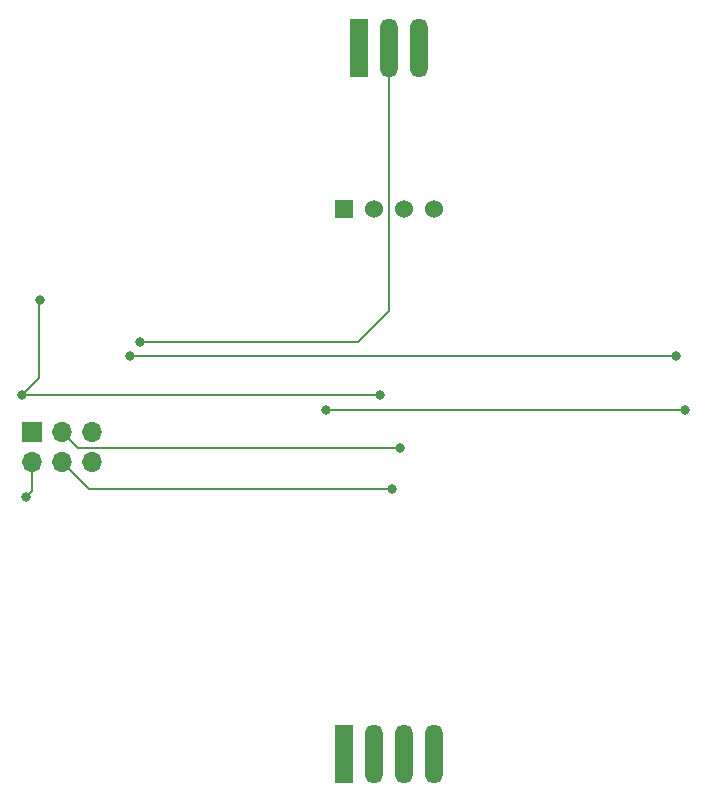
<source format=gbl>
G04 #@! TF.GenerationSoftware,KiCad,Pcbnew,(5.1.2-1)-1*
G04 #@! TF.CreationDate,2019-07-21T21:36:06+01:00*
G04 #@! TF.ProjectId,glowy_nfc_reader_module,676c6f77-795f-46e6-9663-5f7265616465,rev?*
G04 #@! TF.SameCoordinates,Original*
G04 #@! TF.FileFunction,Copper,L2,Bot*
G04 #@! TF.FilePolarity,Positive*
%FSLAX46Y46*%
G04 Gerber Fmt 4.6, Leading zero omitted, Abs format (unit mm)*
G04 Created by KiCad (PCBNEW (5.1.2-1)-1) date 2019-07-21 21:36:06*
%MOMM*%
%LPD*%
G04 APERTURE LIST*
%ADD10O,1.500000X5.000000*%
%ADD11R,1.500000X5.000000*%
%ADD12R,1.524000X1.524000*%
%ADD13C,1.524000*%
%ADD14O,1.700000X1.700000*%
%ADD15R,1.700000X1.700000*%
%ADD16C,0.800000*%
%ADD17C,0.150000*%
G04 APERTURE END LIST*
D10*
X151115000Y-74600000D03*
X148575000Y-74600000D03*
D11*
X146035000Y-74600000D03*
D10*
X152365000Y-134380000D03*
X149825000Y-134380000D03*
X147285000Y-134380000D03*
D11*
X144745000Y-134380000D03*
D12*
X144755000Y-88170000D03*
D13*
X147295000Y-88170000D03*
X149835000Y-88170000D03*
X152375000Y-88170000D03*
D14*
X123425000Y-109620000D03*
X123425000Y-107080000D03*
X120885000Y-109620000D03*
X120885000Y-107080000D03*
X118345000Y-109620000D03*
D15*
X118345000Y-107080000D03*
D16*
X173635000Y-105220000D03*
X143255000Y-105220000D03*
X117455000Y-103990000D03*
X119005000Y-95940000D03*
X117795000Y-112610000D03*
X147835000Y-103990000D03*
X127460000Y-99430000D03*
X148790000Y-111920000D03*
X149490000Y-108470000D03*
X172875000Y-100670000D03*
X126670000Y-100670000D03*
D17*
X173635000Y-105220000D02*
X143255000Y-105220000D01*
X117455000Y-103990000D02*
X118955000Y-102490000D01*
X118955000Y-102490000D02*
X118955000Y-95990000D01*
X118955000Y-95990000D02*
X119005000Y-95940000D01*
X117795000Y-112610000D02*
X118345000Y-112060000D01*
X118345000Y-112060000D02*
X118345000Y-109620000D01*
X117455000Y-103990000D02*
X147835000Y-103990000D01*
X148575000Y-74600000D02*
X148575000Y-96820000D01*
X148575000Y-96820000D02*
X145965000Y-99430000D01*
X145965000Y-99430000D02*
X127460000Y-99430000D01*
X120885000Y-109620000D02*
X123185000Y-111920000D01*
X123185000Y-111920000D02*
X148790000Y-111920000D01*
X149779997Y-108205001D02*
X149779999Y-108204999D01*
X120885000Y-107080000D02*
X122275000Y-108470000D01*
X122275000Y-108470000D02*
X149490000Y-108470000D01*
X172875000Y-100670000D02*
X126670000Y-100670000D01*
M02*

</source>
